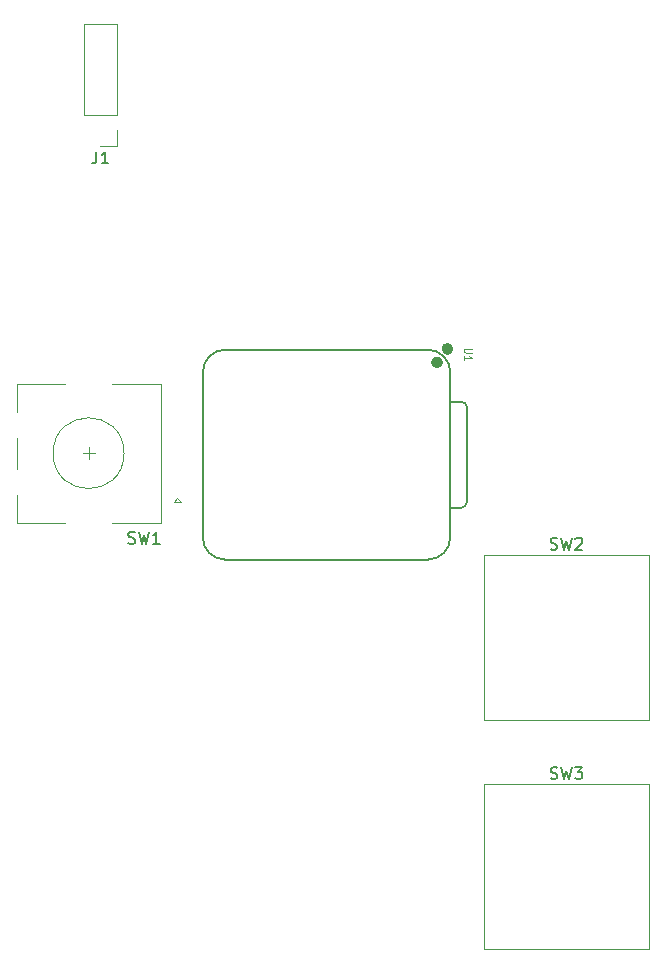
<source format=gbr>
%TF.GenerationSoftware,KiCad,Pcbnew,9.0.6*%
%TF.CreationDate,2026-01-20T16:19:18+01:00*%
%TF.ProjectId,new_project2,6e65775f-7072-46f6-9a65-6374322e6b69,rev?*%
%TF.SameCoordinates,Original*%
%TF.FileFunction,Legend,Top*%
%TF.FilePolarity,Positive*%
%FSLAX46Y46*%
G04 Gerber Fmt 4.6, Leading zero omitted, Abs format (unit mm)*
G04 Created by KiCad (PCBNEW 9.0.6) date 2026-01-20 16:19:18*
%MOMM*%
%LPD*%
G01*
G04 APERTURE LIST*
%ADD10C,0.150000*%
%ADD11C,0.101600*%
%ADD12C,0.120000*%
%ADD13C,0.127000*%
%ADD14C,0.100000*%
%ADD15C,0.504000*%
G04 APERTURE END LIST*
D10*
X135866667Y-114607200D02*
X136009524Y-114654819D01*
X136009524Y-114654819D02*
X136247619Y-114654819D01*
X136247619Y-114654819D02*
X136342857Y-114607200D01*
X136342857Y-114607200D02*
X136390476Y-114559580D01*
X136390476Y-114559580D02*
X136438095Y-114464342D01*
X136438095Y-114464342D02*
X136438095Y-114369104D01*
X136438095Y-114369104D02*
X136390476Y-114273866D01*
X136390476Y-114273866D02*
X136342857Y-114226247D01*
X136342857Y-114226247D02*
X136247619Y-114178628D01*
X136247619Y-114178628D02*
X136057143Y-114131009D01*
X136057143Y-114131009D02*
X135961905Y-114083390D01*
X135961905Y-114083390D02*
X135914286Y-114035771D01*
X135914286Y-114035771D02*
X135866667Y-113940533D01*
X135866667Y-113940533D02*
X135866667Y-113845295D01*
X135866667Y-113845295D02*
X135914286Y-113750057D01*
X135914286Y-113750057D02*
X135961905Y-113702438D01*
X135961905Y-113702438D02*
X136057143Y-113654819D01*
X136057143Y-113654819D02*
X136295238Y-113654819D01*
X136295238Y-113654819D02*
X136438095Y-113702438D01*
X136771429Y-113654819D02*
X137009524Y-114654819D01*
X137009524Y-114654819D02*
X137200000Y-113940533D01*
X137200000Y-113940533D02*
X137390476Y-114654819D01*
X137390476Y-114654819D02*
X137628572Y-113654819D01*
X138533333Y-114654819D02*
X137961905Y-114654819D01*
X138247619Y-114654819D02*
X138247619Y-113654819D01*
X138247619Y-113654819D02*
X138152381Y-113797676D01*
X138152381Y-113797676D02*
X138057143Y-113892914D01*
X138057143Y-113892914D02*
X137961905Y-113940533D01*
D11*
X164926520Y-98136190D02*
X164412473Y-98136190D01*
X164412473Y-98136190D02*
X164351997Y-98166428D01*
X164351997Y-98166428D02*
X164321759Y-98196666D01*
X164321759Y-98196666D02*
X164291520Y-98257142D01*
X164291520Y-98257142D02*
X164291520Y-98378095D01*
X164291520Y-98378095D02*
X164321759Y-98438571D01*
X164321759Y-98438571D02*
X164351997Y-98468809D01*
X164351997Y-98468809D02*
X164412473Y-98499047D01*
X164412473Y-98499047D02*
X164926520Y-98499047D01*
X164291520Y-99134047D02*
X164291520Y-98771190D01*
X164291520Y-98952618D02*
X164926520Y-98952618D01*
X164926520Y-98952618D02*
X164835806Y-98892142D01*
X164835806Y-98892142D02*
X164775330Y-98831666D01*
X164775330Y-98831666D02*
X164745092Y-98771190D01*
D10*
X171626667Y-115113200D02*
X171769524Y-115160819D01*
X171769524Y-115160819D02*
X172007619Y-115160819D01*
X172007619Y-115160819D02*
X172102857Y-115113200D01*
X172102857Y-115113200D02*
X172150476Y-115065580D01*
X172150476Y-115065580D02*
X172198095Y-114970342D01*
X172198095Y-114970342D02*
X172198095Y-114875104D01*
X172198095Y-114875104D02*
X172150476Y-114779866D01*
X172150476Y-114779866D02*
X172102857Y-114732247D01*
X172102857Y-114732247D02*
X172007619Y-114684628D01*
X172007619Y-114684628D02*
X171817143Y-114637009D01*
X171817143Y-114637009D02*
X171721905Y-114589390D01*
X171721905Y-114589390D02*
X171674286Y-114541771D01*
X171674286Y-114541771D02*
X171626667Y-114446533D01*
X171626667Y-114446533D02*
X171626667Y-114351295D01*
X171626667Y-114351295D02*
X171674286Y-114256057D01*
X171674286Y-114256057D02*
X171721905Y-114208438D01*
X171721905Y-114208438D02*
X171817143Y-114160819D01*
X171817143Y-114160819D02*
X172055238Y-114160819D01*
X172055238Y-114160819D02*
X172198095Y-114208438D01*
X172531429Y-114160819D02*
X172769524Y-115160819D01*
X172769524Y-115160819D02*
X172960000Y-114446533D01*
X172960000Y-114446533D02*
X173150476Y-115160819D01*
X173150476Y-115160819D02*
X173388572Y-114160819D01*
X173721905Y-114256057D02*
X173769524Y-114208438D01*
X173769524Y-114208438D02*
X173864762Y-114160819D01*
X173864762Y-114160819D02*
X174102857Y-114160819D01*
X174102857Y-114160819D02*
X174198095Y-114208438D01*
X174198095Y-114208438D02*
X174245714Y-114256057D01*
X174245714Y-114256057D02*
X174293333Y-114351295D01*
X174293333Y-114351295D02*
X174293333Y-114446533D01*
X174293333Y-114446533D02*
X174245714Y-114589390D01*
X174245714Y-114589390D02*
X173674286Y-115160819D01*
X173674286Y-115160819D02*
X174293333Y-115160819D01*
X171626667Y-134533200D02*
X171769524Y-134580819D01*
X171769524Y-134580819D02*
X172007619Y-134580819D01*
X172007619Y-134580819D02*
X172102857Y-134533200D01*
X172102857Y-134533200D02*
X172150476Y-134485580D01*
X172150476Y-134485580D02*
X172198095Y-134390342D01*
X172198095Y-134390342D02*
X172198095Y-134295104D01*
X172198095Y-134295104D02*
X172150476Y-134199866D01*
X172150476Y-134199866D02*
X172102857Y-134152247D01*
X172102857Y-134152247D02*
X172007619Y-134104628D01*
X172007619Y-134104628D02*
X171817143Y-134057009D01*
X171817143Y-134057009D02*
X171721905Y-134009390D01*
X171721905Y-134009390D02*
X171674286Y-133961771D01*
X171674286Y-133961771D02*
X171626667Y-133866533D01*
X171626667Y-133866533D02*
X171626667Y-133771295D01*
X171626667Y-133771295D02*
X171674286Y-133676057D01*
X171674286Y-133676057D02*
X171721905Y-133628438D01*
X171721905Y-133628438D02*
X171817143Y-133580819D01*
X171817143Y-133580819D02*
X172055238Y-133580819D01*
X172055238Y-133580819D02*
X172198095Y-133628438D01*
X172531429Y-133580819D02*
X172769524Y-134580819D01*
X172769524Y-134580819D02*
X172960000Y-133866533D01*
X172960000Y-133866533D02*
X173150476Y-134580819D01*
X173150476Y-134580819D02*
X173388572Y-133580819D01*
X173674286Y-133580819D02*
X174293333Y-133580819D01*
X174293333Y-133580819D02*
X173960000Y-133961771D01*
X173960000Y-133961771D02*
X174102857Y-133961771D01*
X174102857Y-133961771D02*
X174198095Y-134009390D01*
X174198095Y-134009390D02*
X174245714Y-134057009D01*
X174245714Y-134057009D02*
X174293333Y-134152247D01*
X174293333Y-134152247D02*
X174293333Y-134390342D01*
X174293333Y-134390342D02*
X174245714Y-134485580D01*
X174245714Y-134485580D02*
X174198095Y-134533200D01*
X174198095Y-134533200D02*
X174102857Y-134580819D01*
X174102857Y-134580819D02*
X173817143Y-134580819D01*
X173817143Y-134580819D02*
X173721905Y-134533200D01*
X173721905Y-134533200D02*
X173674286Y-134485580D01*
X133166666Y-81454819D02*
X133166666Y-82169104D01*
X133166666Y-82169104D02*
X133119047Y-82311961D01*
X133119047Y-82311961D02*
X133023809Y-82407200D01*
X133023809Y-82407200D02*
X132880952Y-82454819D01*
X132880952Y-82454819D02*
X132785714Y-82454819D01*
X134166666Y-82454819D02*
X133595238Y-82454819D01*
X133880952Y-82454819D02*
X133880952Y-81454819D01*
X133880952Y-81454819D02*
X133785714Y-81597676D01*
X133785714Y-81597676D02*
X133690476Y-81692914D01*
X133690476Y-81692914D02*
X133595238Y-81740533D01*
D12*
%TO.C,SW1*%
X126400000Y-101100000D02*
X130500000Y-101100000D01*
X126400000Y-103500000D02*
X126400000Y-101100000D01*
X126400000Y-108300000D02*
X126400000Y-105700000D01*
X126400000Y-112900000D02*
X126400000Y-110500000D01*
X130500000Y-112900000D02*
X126400000Y-112900000D01*
X132500000Y-107500000D02*
X132500000Y-106500000D01*
X133000000Y-107000000D02*
X132000000Y-107000000D01*
X134500000Y-101100000D02*
X138600000Y-101100000D01*
X134500000Y-112900000D02*
X138600000Y-112900000D01*
X138600000Y-112900000D02*
X138600000Y-101100000D01*
X139700000Y-111100000D02*
X140000000Y-110800000D01*
X140000000Y-110800000D02*
X140300000Y-111100000D01*
X140300000Y-111100000D02*
X139700000Y-111100000D01*
X135500000Y-107000000D02*
G75*
G02*
X129500000Y-107000000I-3000000J0D01*
G01*
X129500000Y-107000000D02*
G75*
G02*
X135500000Y-107000000I3000000J0D01*
G01*
D13*
%TO.C,U1*%
X142166000Y-100135000D02*
X142166000Y-114105000D01*
X144071000Y-98230000D02*
X161216000Y-98230000D01*
X144071000Y-116010000D02*
X161216000Y-116010000D01*
X163121000Y-102625000D02*
X164031272Y-102628728D01*
D14*
X163121000Y-114105000D02*
X163121000Y-100135000D01*
D13*
X163121000Y-114105000D02*
X163121000Y-100135000D01*
X164031000Y-111624000D02*
X163121000Y-111624000D01*
X164531000Y-103128728D02*
X164531000Y-111124000D01*
X142166000Y-100135000D02*
G75*
G02*
X144071000Y-98230000I1905001J-1D01*
G01*
X144071000Y-116010000D02*
G75*
G02*
X142166000Y-114105000I0J1905000D01*
G01*
X161216000Y-98230000D02*
G75*
G02*
X163121000Y-100135000I-1J-1905001D01*
G01*
X163121000Y-114105000D02*
G75*
G02*
X161216000Y-116010000I-1905000J0D01*
G01*
X164031272Y-102628728D02*
G75*
G02*
X164530999Y-103128728I-291J-500018D01*
G01*
X164531000Y-111124000D02*
G75*
G02*
X164031000Y-111624000I-500000J0D01*
G01*
D15*
X162252000Y-99313000D02*
G75*
G02*
X161748000Y-99313000I-252000J0D01*
G01*
X161748000Y-99313000D02*
G75*
G02*
X162252000Y-99313000I252000J0D01*
G01*
X163132000Y-98170000D02*
G75*
G02*
X162628000Y-98170000I-252000J0D01*
G01*
X162628000Y-98170000D02*
G75*
G02*
X163132000Y-98170000I252000J0D01*
G01*
D12*
%TO.C,SW2*%
X165975000Y-115595000D02*
X179945000Y-115595000D01*
X165975000Y-129565000D02*
X165975000Y-115595000D01*
X179945000Y-115595000D02*
X179945000Y-129565000D01*
X179945000Y-129565000D02*
X165975000Y-129565000D01*
%TO.C,SW3*%
X165975000Y-135015000D02*
X179945000Y-135015000D01*
X165975000Y-148985000D02*
X165975000Y-135015000D01*
X179945000Y-135015000D02*
X179945000Y-148985000D01*
X179945000Y-148985000D02*
X165975000Y-148985000D01*
%TO.C,J1*%
X132120000Y-78350000D02*
X132120000Y-70620000D01*
X134880000Y-70620000D02*
X132120000Y-70620000D01*
X134880000Y-78350000D02*
X132120000Y-78350000D01*
X134880000Y-78350000D02*
X134880000Y-70620000D01*
X134880000Y-79620000D02*
X134880000Y-81000000D01*
X134880000Y-81000000D02*
X133500000Y-81000000D01*
%TD*%
M02*

</source>
